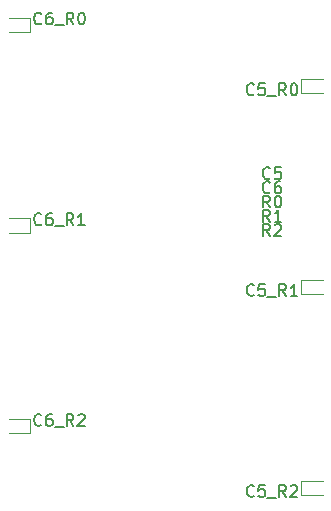
<source format=gbr>
%TF.GenerationSoftware,KiCad,Pcbnew,(7.0.0-0)*%
%TF.CreationDate,2023-06-15T11:55:35+08:00*%
%TF.ProjectId,thumb,7468756d-622e-46b6-9963-61645f706362,v1.0.0*%
%TF.SameCoordinates,Original*%
%TF.FileFunction,Legend,Bot*%
%TF.FilePolarity,Positive*%
%FSLAX46Y46*%
G04 Gerber Fmt 4.6, Leading zero omitted, Abs format (unit mm)*
G04 Created by KiCad (PCBNEW (7.0.0-0)) date 2023-06-15 11:55:35*
%MOMM*%
%LPD*%
G01*
G04 APERTURE LIST*
%ADD10C,0.150000*%
%ADD11C,0.120000*%
G04 APERTURE END LIST*
D10*
%TO.C,JC1*%
X17833333Y18732619D02*
X17500000Y19208809D01*
X17261905Y18732619D02*
X17261905Y19732619D01*
X17261905Y19732619D02*
X17642857Y19732619D01*
X17642857Y19732619D02*
X17738095Y19685000D01*
X17738095Y19685000D02*
X17785714Y19637380D01*
X17785714Y19637380D02*
X17833333Y19542142D01*
X17833333Y19542142D02*
X17833333Y19399285D01*
X17833333Y19399285D02*
X17785714Y19304047D01*
X17785714Y19304047D02*
X17738095Y19256428D01*
X17738095Y19256428D02*
X17642857Y19208809D01*
X17642857Y19208809D02*
X17261905Y19208809D01*
X18214286Y19637380D02*
X18261905Y19685000D01*
X18261905Y19685000D02*
X18357143Y19732619D01*
X18357143Y19732619D02*
X18595238Y19732619D01*
X18595238Y19732619D02*
X18690476Y19685000D01*
X18690476Y19685000D02*
X18738095Y19637380D01*
X18738095Y19637380D02*
X18785714Y19542142D01*
X18785714Y19542142D02*
X18785714Y19446904D01*
X18785714Y19446904D02*
X18738095Y19304047D01*
X18738095Y19304047D02*
X18166667Y18732619D01*
X18166667Y18732619D02*
X18785714Y18732619D01*
X17833333Y19932619D02*
X17500000Y20408809D01*
X17261905Y19932619D02*
X17261905Y20932619D01*
X17261905Y20932619D02*
X17642857Y20932619D01*
X17642857Y20932619D02*
X17738095Y20885000D01*
X17738095Y20885000D02*
X17785714Y20837380D01*
X17785714Y20837380D02*
X17833333Y20742142D01*
X17833333Y20742142D02*
X17833333Y20599285D01*
X17833333Y20599285D02*
X17785714Y20504047D01*
X17785714Y20504047D02*
X17738095Y20456428D01*
X17738095Y20456428D02*
X17642857Y20408809D01*
X17642857Y20408809D02*
X17261905Y20408809D01*
X18785714Y19932619D02*
X18214286Y19932619D01*
X18500000Y19932619D02*
X18500000Y20932619D01*
X18500000Y20932619D02*
X18404762Y20789761D01*
X18404762Y20789761D02*
X18309524Y20694523D01*
X18309524Y20694523D02*
X18214286Y20646904D01*
X17833333Y21132619D02*
X17500000Y21608809D01*
X17261905Y21132619D02*
X17261905Y22132619D01*
X17261905Y22132619D02*
X17642857Y22132619D01*
X17642857Y22132619D02*
X17738095Y22085000D01*
X17738095Y22085000D02*
X17785714Y22037380D01*
X17785714Y22037380D02*
X17833333Y21942142D01*
X17833333Y21942142D02*
X17833333Y21799285D01*
X17833333Y21799285D02*
X17785714Y21704047D01*
X17785714Y21704047D02*
X17738095Y21656428D01*
X17738095Y21656428D02*
X17642857Y21608809D01*
X17642857Y21608809D02*
X17261905Y21608809D01*
X18452381Y22132619D02*
X18547619Y22132619D01*
X18547619Y22132619D02*
X18642857Y22085000D01*
X18642857Y22085000D02*
X18690476Y22037380D01*
X18690476Y22037380D02*
X18738095Y21942142D01*
X18738095Y21942142D02*
X18785714Y21751666D01*
X18785714Y21751666D02*
X18785714Y21513571D01*
X18785714Y21513571D02*
X18738095Y21323095D01*
X18738095Y21323095D02*
X18690476Y21227857D01*
X18690476Y21227857D02*
X18642857Y21180238D01*
X18642857Y21180238D02*
X18547619Y21132619D01*
X18547619Y21132619D02*
X18452381Y21132619D01*
X18452381Y21132619D02*
X18357143Y21180238D01*
X18357143Y21180238D02*
X18309524Y21227857D01*
X18309524Y21227857D02*
X18261905Y21323095D01*
X18261905Y21323095D02*
X18214286Y21513571D01*
X18214286Y21513571D02*
X18214286Y21751666D01*
X18214286Y21751666D02*
X18261905Y21942142D01*
X18261905Y21942142D02*
X18309524Y22037380D01*
X18309524Y22037380D02*
X18357143Y22085000D01*
X18357143Y22085000D02*
X18452381Y22132619D01*
X17833333Y22427857D02*
X17785714Y22380238D01*
X17785714Y22380238D02*
X17642857Y22332619D01*
X17642857Y22332619D02*
X17547619Y22332619D01*
X17547619Y22332619D02*
X17404762Y22380238D01*
X17404762Y22380238D02*
X17309524Y22475476D01*
X17309524Y22475476D02*
X17261905Y22570714D01*
X17261905Y22570714D02*
X17214286Y22761190D01*
X17214286Y22761190D02*
X17214286Y22904047D01*
X17214286Y22904047D02*
X17261905Y23094523D01*
X17261905Y23094523D02*
X17309524Y23189761D01*
X17309524Y23189761D02*
X17404762Y23285000D01*
X17404762Y23285000D02*
X17547619Y23332619D01*
X17547619Y23332619D02*
X17642857Y23332619D01*
X17642857Y23332619D02*
X17785714Y23285000D01*
X17785714Y23285000D02*
X17833333Y23237380D01*
X18690476Y23332619D02*
X18500000Y23332619D01*
X18500000Y23332619D02*
X18404762Y23285000D01*
X18404762Y23285000D02*
X18357143Y23237380D01*
X18357143Y23237380D02*
X18261905Y23094523D01*
X18261905Y23094523D02*
X18214286Y22904047D01*
X18214286Y22904047D02*
X18214286Y22523095D01*
X18214286Y22523095D02*
X18261905Y22427857D01*
X18261905Y22427857D02*
X18309524Y22380238D01*
X18309524Y22380238D02*
X18404762Y22332619D01*
X18404762Y22332619D02*
X18595238Y22332619D01*
X18595238Y22332619D02*
X18690476Y22380238D01*
X18690476Y22380238D02*
X18738095Y22427857D01*
X18738095Y22427857D02*
X18785714Y22523095D01*
X18785714Y22523095D02*
X18785714Y22761190D01*
X18785714Y22761190D02*
X18738095Y22856428D01*
X18738095Y22856428D02*
X18690476Y22904047D01*
X18690476Y22904047D02*
X18595238Y22951666D01*
X18595238Y22951666D02*
X18404762Y22951666D01*
X18404762Y22951666D02*
X18309524Y22904047D01*
X18309524Y22904047D02*
X18261905Y22856428D01*
X18261905Y22856428D02*
X18214286Y22761190D01*
X17833333Y23627857D02*
X17785714Y23580238D01*
X17785714Y23580238D02*
X17642857Y23532619D01*
X17642857Y23532619D02*
X17547619Y23532619D01*
X17547619Y23532619D02*
X17404762Y23580238D01*
X17404762Y23580238D02*
X17309524Y23675476D01*
X17309524Y23675476D02*
X17261905Y23770714D01*
X17261905Y23770714D02*
X17214286Y23961190D01*
X17214286Y23961190D02*
X17214286Y24104047D01*
X17214286Y24104047D02*
X17261905Y24294523D01*
X17261905Y24294523D02*
X17309524Y24389761D01*
X17309524Y24389761D02*
X17404762Y24485000D01*
X17404762Y24485000D02*
X17547619Y24532619D01*
X17547619Y24532619D02*
X17642857Y24532619D01*
X17642857Y24532619D02*
X17785714Y24485000D01*
X17785714Y24485000D02*
X17833333Y24437380D01*
X18738095Y24532619D02*
X18261905Y24532619D01*
X18261905Y24532619D02*
X18214286Y24056428D01*
X18214286Y24056428D02*
X18261905Y24104047D01*
X18261905Y24104047D02*
X18357143Y24151666D01*
X18357143Y24151666D02*
X18595238Y24151666D01*
X18595238Y24151666D02*
X18690476Y24104047D01*
X18690476Y24104047D02*
X18738095Y24056428D01*
X18738095Y24056428D02*
X18785714Y23961190D01*
X18785714Y23961190D02*
X18785714Y23723095D01*
X18785714Y23723095D02*
X18738095Y23627857D01*
X18738095Y23627857D02*
X18690476Y23580238D01*
X18690476Y23580238D02*
X18595238Y23532619D01*
X18595238Y23532619D02*
X18357143Y23532619D01*
X18357143Y23532619D02*
X18261905Y23580238D01*
X18261905Y23580238D02*
X18214286Y23627857D01*
%TO.C,S1*%
X16476190Y30727857D02*
X16428571Y30680238D01*
X16428571Y30680238D02*
X16285714Y30632619D01*
X16285714Y30632619D02*
X16190476Y30632619D01*
X16190476Y30632619D02*
X16047619Y30680238D01*
X16047619Y30680238D02*
X15952381Y30775476D01*
X15952381Y30775476D02*
X15904762Y30870714D01*
X15904762Y30870714D02*
X15857143Y31061190D01*
X15857143Y31061190D02*
X15857143Y31204047D01*
X15857143Y31204047D02*
X15904762Y31394523D01*
X15904762Y31394523D02*
X15952381Y31489761D01*
X15952381Y31489761D02*
X16047619Y31585000D01*
X16047619Y31585000D02*
X16190476Y31632619D01*
X16190476Y31632619D02*
X16285714Y31632619D01*
X16285714Y31632619D02*
X16428571Y31585000D01*
X16428571Y31585000D02*
X16476190Y31537380D01*
X17380952Y31632619D02*
X16904762Y31632619D01*
X16904762Y31632619D02*
X16857143Y31156428D01*
X16857143Y31156428D02*
X16904762Y31204047D01*
X16904762Y31204047D02*
X17000000Y31251666D01*
X17000000Y31251666D02*
X17238095Y31251666D01*
X17238095Y31251666D02*
X17333333Y31204047D01*
X17333333Y31204047D02*
X17380952Y31156428D01*
X17380952Y31156428D02*
X17428571Y31061190D01*
X17428571Y31061190D02*
X17428571Y30823095D01*
X17428571Y30823095D02*
X17380952Y30727857D01*
X17380952Y30727857D02*
X17333333Y30680238D01*
X17333333Y30680238D02*
X17238095Y30632619D01*
X17238095Y30632619D02*
X17000000Y30632619D01*
X17000000Y30632619D02*
X16904762Y30680238D01*
X16904762Y30680238D02*
X16857143Y30727857D01*
X17619048Y30537380D02*
X18380952Y30537380D01*
X19190476Y30632619D02*
X18857143Y31108809D01*
X18619048Y30632619D02*
X18619048Y31632619D01*
X18619048Y31632619D02*
X19000000Y31632619D01*
X19000000Y31632619D02*
X19095238Y31585000D01*
X19095238Y31585000D02*
X19142857Y31537380D01*
X19142857Y31537380D02*
X19190476Y31442142D01*
X19190476Y31442142D02*
X19190476Y31299285D01*
X19190476Y31299285D02*
X19142857Y31204047D01*
X19142857Y31204047D02*
X19095238Y31156428D01*
X19095238Y31156428D02*
X19000000Y31108809D01*
X19000000Y31108809D02*
X18619048Y31108809D01*
X19809524Y31632619D02*
X19904762Y31632619D01*
X19904762Y31632619D02*
X20000000Y31585000D01*
X20000000Y31585000D02*
X20047619Y31537380D01*
X20047619Y31537380D02*
X20095238Y31442142D01*
X20095238Y31442142D02*
X20142857Y31251666D01*
X20142857Y31251666D02*
X20142857Y31013571D01*
X20142857Y31013571D02*
X20095238Y30823095D01*
X20095238Y30823095D02*
X20047619Y30727857D01*
X20047619Y30727857D02*
X20000000Y30680238D01*
X20000000Y30680238D02*
X19904762Y30632619D01*
X19904762Y30632619D02*
X19809524Y30632619D01*
X19809524Y30632619D02*
X19714286Y30680238D01*
X19714286Y30680238D02*
X19666667Y30727857D01*
X19666667Y30727857D02*
X19619048Y30823095D01*
X19619048Y30823095D02*
X19571429Y31013571D01*
X19571429Y31013571D02*
X19571429Y31251666D01*
X19571429Y31251666D02*
X19619048Y31442142D01*
X19619048Y31442142D02*
X19666667Y31537380D01*
X19666667Y31537380D02*
X19714286Y31585000D01*
X19714286Y31585000D02*
X19809524Y31632619D01*
%TO.C,S2*%
X16476190Y13727857D02*
X16428571Y13680238D01*
X16428571Y13680238D02*
X16285714Y13632619D01*
X16285714Y13632619D02*
X16190476Y13632619D01*
X16190476Y13632619D02*
X16047619Y13680238D01*
X16047619Y13680238D02*
X15952381Y13775476D01*
X15952381Y13775476D02*
X15904762Y13870714D01*
X15904762Y13870714D02*
X15857143Y14061190D01*
X15857143Y14061190D02*
X15857143Y14204047D01*
X15857143Y14204047D02*
X15904762Y14394523D01*
X15904762Y14394523D02*
X15952381Y14489761D01*
X15952381Y14489761D02*
X16047619Y14585000D01*
X16047619Y14585000D02*
X16190476Y14632619D01*
X16190476Y14632619D02*
X16285714Y14632619D01*
X16285714Y14632619D02*
X16428571Y14585000D01*
X16428571Y14585000D02*
X16476190Y14537380D01*
X17380952Y14632619D02*
X16904762Y14632619D01*
X16904762Y14632619D02*
X16857143Y14156428D01*
X16857143Y14156428D02*
X16904762Y14204047D01*
X16904762Y14204047D02*
X17000000Y14251666D01*
X17000000Y14251666D02*
X17238095Y14251666D01*
X17238095Y14251666D02*
X17333333Y14204047D01*
X17333333Y14204047D02*
X17380952Y14156428D01*
X17380952Y14156428D02*
X17428571Y14061190D01*
X17428571Y14061190D02*
X17428571Y13823095D01*
X17428571Y13823095D02*
X17380952Y13727857D01*
X17380952Y13727857D02*
X17333333Y13680238D01*
X17333333Y13680238D02*
X17238095Y13632619D01*
X17238095Y13632619D02*
X17000000Y13632619D01*
X17000000Y13632619D02*
X16904762Y13680238D01*
X16904762Y13680238D02*
X16857143Y13727857D01*
X17619048Y13537380D02*
X18380952Y13537380D01*
X19190476Y13632619D02*
X18857143Y14108809D01*
X18619048Y13632619D02*
X18619048Y14632619D01*
X18619048Y14632619D02*
X19000000Y14632619D01*
X19000000Y14632619D02*
X19095238Y14585000D01*
X19095238Y14585000D02*
X19142857Y14537380D01*
X19142857Y14537380D02*
X19190476Y14442142D01*
X19190476Y14442142D02*
X19190476Y14299285D01*
X19190476Y14299285D02*
X19142857Y14204047D01*
X19142857Y14204047D02*
X19095238Y14156428D01*
X19095238Y14156428D02*
X19000000Y14108809D01*
X19000000Y14108809D02*
X18619048Y14108809D01*
X20142857Y13632619D02*
X19571429Y13632619D01*
X19857143Y13632619D02*
X19857143Y14632619D01*
X19857143Y14632619D02*
X19761905Y14489761D01*
X19761905Y14489761D02*
X19666667Y14394523D01*
X19666667Y14394523D02*
X19571429Y14346904D01*
%TO.C,S3*%
X16476190Y-3272142D02*
X16428571Y-3319761D01*
X16428571Y-3319761D02*
X16285714Y-3367380D01*
X16285714Y-3367380D02*
X16190476Y-3367380D01*
X16190476Y-3367380D02*
X16047619Y-3319761D01*
X16047619Y-3319761D02*
X15952381Y-3224523D01*
X15952381Y-3224523D02*
X15904762Y-3129285D01*
X15904762Y-3129285D02*
X15857143Y-2938809D01*
X15857143Y-2938809D02*
X15857143Y-2795952D01*
X15857143Y-2795952D02*
X15904762Y-2605476D01*
X15904762Y-2605476D02*
X15952381Y-2510238D01*
X15952381Y-2510238D02*
X16047619Y-2415000D01*
X16047619Y-2415000D02*
X16190476Y-2367380D01*
X16190476Y-2367380D02*
X16285714Y-2367380D01*
X16285714Y-2367380D02*
X16428571Y-2415000D01*
X16428571Y-2415000D02*
X16476190Y-2462619D01*
X17380952Y-2367380D02*
X16904762Y-2367380D01*
X16904762Y-2367380D02*
X16857143Y-2843571D01*
X16857143Y-2843571D02*
X16904762Y-2795952D01*
X16904762Y-2795952D02*
X17000000Y-2748333D01*
X17000000Y-2748333D02*
X17238095Y-2748333D01*
X17238095Y-2748333D02*
X17333333Y-2795952D01*
X17333333Y-2795952D02*
X17380952Y-2843571D01*
X17380952Y-2843571D02*
X17428571Y-2938809D01*
X17428571Y-2938809D02*
X17428571Y-3176904D01*
X17428571Y-3176904D02*
X17380952Y-3272142D01*
X17380952Y-3272142D02*
X17333333Y-3319761D01*
X17333333Y-3319761D02*
X17238095Y-3367380D01*
X17238095Y-3367380D02*
X17000000Y-3367380D01*
X17000000Y-3367380D02*
X16904762Y-3319761D01*
X16904762Y-3319761D02*
X16857143Y-3272142D01*
X17619048Y-3462619D02*
X18380952Y-3462619D01*
X19190476Y-3367380D02*
X18857143Y-2891190D01*
X18619048Y-3367380D02*
X18619048Y-2367380D01*
X18619048Y-2367380D02*
X19000000Y-2367380D01*
X19000000Y-2367380D02*
X19095238Y-2415000D01*
X19095238Y-2415000D02*
X19142857Y-2462619D01*
X19142857Y-2462619D02*
X19190476Y-2557857D01*
X19190476Y-2557857D02*
X19190476Y-2700714D01*
X19190476Y-2700714D02*
X19142857Y-2795952D01*
X19142857Y-2795952D02*
X19095238Y-2843571D01*
X19095238Y-2843571D02*
X19000000Y-2891190D01*
X19000000Y-2891190D02*
X18619048Y-2891190D01*
X19571429Y-2462619D02*
X19619048Y-2415000D01*
X19619048Y-2415000D02*
X19714286Y-2367380D01*
X19714286Y-2367380D02*
X19952381Y-2367380D01*
X19952381Y-2367380D02*
X20047619Y-2415000D01*
X20047619Y-2415000D02*
X20095238Y-2462619D01*
X20095238Y-2462619D02*
X20142857Y-2557857D01*
X20142857Y-2557857D02*
X20142857Y-2653095D01*
X20142857Y-2653095D02*
X20095238Y-2795952D01*
X20095238Y-2795952D02*
X19523810Y-3367380D01*
X19523810Y-3367380D02*
X20142857Y-3367380D01*
%TO.C,S4*%
X-1523809Y36727857D02*
X-1571428Y36680238D01*
X-1571428Y36680238D02*
X-1714285Y36632619D01*
X-1714285Y36632619D02*
X-1809523Y36632619D01*
X-1809523Y36632619D02*
X-1952380Y36680238D01*
X-1952380Y36680238D02*
X-2047618Y36775476D01*
X-2047618Y36775476D02*
X-2095237Y36870714D01*
X-2095237Y36870714D02*
X-2142856Y37061190D01*
X-2142856Y37061190D02*
X-2142856Y37204047D01*
X-2142856Y37204047D02*
X-2095237Y37394523D01*
X-2095237Y37394523D02*
X-2047618Y37489761D01*
X-2047618Y37489761D02*
X-1952380Y37585000D01*
X-1952380Y37585000D02*
X-1809523Y37632619D01*
X-1809523Y37632619D02*
X-1714285Y37632619D01*
X-1714285Y37632619D02*
X-1571428Y37585000D01*
X-1571428Y37585000D02*
X-1523809Y37537380D01*
X-666666Y37632619D02*
X-857142Y37632619D01*
X-857142Y37632619D02*
X-952380Y37585000D01*
X-952380Y37585000D02*
X-999999Y37537380D01*
X-999999Y37537380D02*
X-1095237Y37394523D01*
X-1095237Y37394523D02*
X-1142856Y37204047D01*
X-1142856Y37204047D02*
X-1142856Y36823095D01*
X-1142856Y36823095D02*
X-1095237Y36727857D01*
X-1095237Y36727857D02*
X-1047618Y36680238D01*
X-1047618Y36680238D02*
X-952380Y36632619D01*
X-952380Y36632619D02*
X-761904Y36632619D01*
X-761904Y36632619D02*
X-666666Y36680238D01*
X-666666Y36680238D02*
X-619047Y36727857D01*
X-619047Y36727857D02*
X-571428Y36823095D01*
X-571428Y36823095D02*
X-571428Y37061190D01*
X-571428Y37061190D02*
X-619047Y37156428D01*
X-619047Y37156428D02*
X-666666Y37204047D01*
X-666666Y37204047D02*
X-761904Y37251666D01*
X-761904Y37251666D02*
X-952380Y37251666D01*
X-952380Y37251666D02*
X-1047618Y37204047D01*
X-1047618Y37204047D02*
X-1095237Y37156428D01*
X-1095237Y37156428D02*
X-1142856Y37061190D01*
X-380952Y36537380D02*
X380952Y36537380D01*
X1190476Y36632619D02*
X857143Y37108809D01*
X619048Y36632619D02*
X619048Y37632619D01*
X619048Y37632619D02*
X1000000Y37632619D01*
X1000000Y37632619D02*
X1095238Y37585000D01*
X1095238Y37585000D02*
X1142857Y37537380D01*
X1142857Y37537380D02*
X1190476Y37442142D01*
X1190476Y37442142D02*
X1190476Y37299285D01*
X1190476Y37299285D02*
X1142857Y37204047D01*
X1142857Y37204047D02*
X1095238Y37156428D01*
X1095238Y37156428D02*
X1000000Y37108809D01*
X1000000Y37108809D02*
X619048Y37108809D01*
X1809524Y37632619D02*
X1904762Y37632619D01*
X1904762Y37632619D02*
X2000000Y37585000D01*
X2000000Y37585000D02*
X2047619Y37537380D01*
X2047619Y37537380D02*
X2095238Y37442142D01*
X2095238Y37442142D02*
X2142857Y37251666D01*
X2142857Y37251666D02*
X2142857Y37013571D01*
X2142857Y37013571D02*
X2095238Y36823095D01*
X2095238Y36823095D02*
X2047619Y36727857D01*
X2047619Y36727857D02*
X2000000Y36680238D01*
X2000000Y36680238D02*
X1904762Y36632619D01*
X1904762Y36632619D02*
X1809524Y36632619D01*
X1809524Y36632619D02*
X1714286Y36680238D01*
X1714286Y36680238D02*
X1666667Y36727857D01*
X1666667Y36727857D02*
X1619048Y36823095D01*
X1619048Y36823095D02*
X1571429Y37013571D01*
X1571429Y37013571D02*
X1571429Y37251666D01*
X1571429Y37251666D02*
X1619048Y37442142D01*
X1619048Y37442142D02*
X1666667Y37537380D01*
X1666667Y37537380D02*
X1714286Y37585000D01*
X1714286Y37585000D02*
X1809524Y37632619D01*
%TO.C,S5*%
X-1523809Y19727857D02*
X-1571428Y19680238D01*
X-1571428Y19680238D02*
X-1714285Y19632619D01*
X-1714285Y19632619D02*
X-1809523Y19632619D01*
X-1809523Y19632619D02*
X-1952380Y19680238D01*
X-1952380Y19680238D02*
X-2047618Y19775476D01*
X-2047618Y19775476D02*
X-2095237Y19870714D01*
X-2095237Y19870714D02*
X-2142856Y20061190D01*
X-2142856Y20061190D02*
X-2142856Y20204047D01*
X-2142856Y20204047D02*
X-2095237Y20394523D01*
X-2095237Y20394523D02*
X-2047618Y20489761D01*
X-2047618Y20489761D02*
X-1952380Y20585000D01*
X-1952380Y20585000D02*
X-1809523Y20632619D01*
X-1809523Y20632619D02*
X-1714285Y20632619D01*
X-1714285Y20632619D02*
X-1571428Y20585000D01*
X-1571428Y20585000D02*
X-1523809Y20537380D01*
X-666666Y20632619D02*
X-857142Y20632619D01*
X-857142Y20632619D02*
X-952380Y20585000D01*
X-952380Y20585000D02*
X-999999Y20537380D01*
X-999999Y20537380D02*
X-1095237Y20394523D01*
X-1095237Y20394523D02*
X-1142856Y20204047D01*
X-1142856Y20204047D02*
X-1142856Y19823095D01*
X-1142856Y19823095D02*
X-1095237Y19727857D01*
X-1095237Y19727857D02*
X-1047618Y19680238D01*
X-1047618Y19680238D02*
X-952380Y19632619D01*
X-952380Y19632619D02*
X-761904Y19632619D01*
X-761904Y19632619D02*
X-666666Y19680238D01*
X-666666Y19680238D02*
X-619047Y19727857D01*
X-619047Y19727857D02*
X-571428Y19823095D01*
X-571428Y19823095D02*
X-571428Y20061190D01*
X-571428Y20061190D02*
X-619047Y20156428D01*
X-619047Y20156428D02*
X-666666Y20204047D01*
X-666666Y20204047D02*
X-761904Y20251666D01*
X-761904Y20251666D02*
X-952380Y20251666D01*
X-952380Y20251666D02*
X-1047618Y20204047D01*
X-1047618Y20204047D02*
X-1095237Y20156428D01*
X-1095237Y20156428D02*
X-1142856Y20061190D01*
X-380952Y19537380D02*
X380952Y19537380D01*
X1190476Y19632619D02*
X857143Y20108809D01*
X619048Y19632619D02*
X619048Y20632619D01*
X619048Y20632619D02*
X1000000Y20632619D01*
X1000000Y20632619D02*
X1095238Y20585000D01*
X1095238Y20585000D02*
X1142857Y20537380D01*
X1142857Y20537380D02*
X1190476Y20442142D01*
X1190476Y20442142D02*
X1190476Y20299285D01*
X1190476Y20299285D02*
X1142857Y20204047D01*
X1142857Y20204047D02*
X1095238Y20156428D01*
X1095238Y20156428D02*
X1000000Y20108809D01*
X1000000Y20108809D02*
X619048Y20108809D01*
X2142857Y19632619D02*
X1571429Y19632619D01*
X1857143Y19632619D02*
X1857143Y20632619D01*
X1857143Y20632619D02*
X1761905Y20489761D01*
X1761905Y20489761D02*
X1666667Y20394523D01*
X1666667Y20394523D02*
X1571429Y20346904D01*
%TO.C,S6*%
X-1523809Y2727857D02*
X-1571428Y2680238D01*
X-1571428Y2680238D02*
X-1714285Y2632619D01*
X-1714285Y2632619D02*
X-1809523Y2632619D01*
X-1809523Y2632619D02*
X-1952380Y2680238D01*
X-1952380Y2680238D02*
X-2047618Y2775476D01*
X-2047618Y2775476D02*
X-2095237Y2870714D01*
X-2095237Y2870714D02*
X-2142856Y3061190D01*
X-2142856Y3061190D02*
X-2142856Y3204047D01*
X-2142856Y3204047D02*
X-2095237Y3394523D01*
X-2095237Y3394523D02*
X-2047618Y3489761D01*
X-2047618Y3489761D02*
X-1952380Y3585000D01*
X-1952380Y3585000D02*
X-1809523Y3632619D01*
X-1809523Y3632619D02*
X-1714285Y3632619D01*
X-1714285Y3632619D02*
X-1571428Y3585000D01*
X-1571428Y3585000D02*
X-1523809Y3537380D01*
X-666666Y3632619D02*
X-857142Y3632619D01*
X-857142Y3632619D02*
X-952380Y3585000D01*
X-952380Y3585000D02*
X-999999Y3537380D01*
X-999999Y3537380D02*
X-1095237Y3394523D01*
X-1095237Y3394523D02*
X-1142856Y3204047D01*
X-1142856Y3204047D02*
X-1142856Y2823095D01*
X-1142856Y2823095D02*
X-1095237Y2727857D01*
X-1095237Y2727857D02*
X-1047618Y2680238D01*
X-1047618Y2680238D02*
X-952380Y2632619D01*
X-952380Y2632619D02*
X-761904Y2632619D01*
X-761904Y2632619D02*
X-666666Y2680238D01*
X-666666Y2680238D02*
X-619047Y2727857D01*
X-619047Y2727857D02*
X-571428Y2823095D01*
X-571428Y2823095D02*
X-571428Y3061190D01*
X-571428Y3061190D02*
X-619047Y3156428D01*
X-619047Y3156428D02*
X-666666Y3204047D01*
X-666666Y3204047D02*
X-761904Y3251666D01*
X-761904Y3251666D02*
X-952380Y3251666D01*
X-952380Y3251666D02*
X-1047618Y3204047D01*
X-1047618Y3204047D02*
X-1095237Y3156428D01*
X-1095237Y3156428D02*
X-1142856Y3061190D01*
X-380952Y2537380D02*
X380952Y2537380D01*
X1190476Y2632619D02*
X857143Y3108809D01*
X619048Y2632619D02*
X619048Y3632619D01*
X619048Y3632619D02*
X1000000Y3632619D01*
X1000000Y3632619D02*
X1095238Y3585000D01*
X1095238Y3585000D02*
X1142857Y3537380D01*
X1142857Y3537380D02*
X1190476Y3442142D01*
X1190476Y3442142D02*
X1190476Y3299285D01*
X1190476Y3299285D02*
X1142857Y3204047D01*
X1142857Y3204047D02*
X1095238Y3156428D01*
X1095238Y3156428D02*
X1000000Y3108809D01*
X1000000Y3108809D02*
X619048Y3108809D01*
X1571429Y3537380D02*
X1619048Y3585000D01*
X1619048Y3585000D02*
X1714286Y3632619D01*
X1714286Y3632619D02*
X1952381Y3632619D01*
X1952381Y3632619D02*
X2047619Y3585000D01*
X2047619Y3585000D02*
X2095238Y3537380D01*
X2095238Y3537380D02*
X2142857Y3442142D01*
X2142857Y3442142D02*
X2142857Y3346904D01*
X2142857Y3346904D02*
X2095238Y3204047D01*
X2095238Y3204047D02*
X1523810Y2632619D01*
X1523810Y2632619D02*
X2142857Y2632619D01*
D11*
%TO.C,D1*%
X22300000Y30800000D02*
X20450000Y30800000D01*
X22300000Y32000000D02*
X20450000Y32000000D01*
X20450000Y32000000D02*
X20450000Y30800000D01*
%TO.C,D2*%
X22300000Y13800000D02*
X20450000Y13800000D01*
X22300000Y15000000D02*
X20450000Y15000000D01*
X20450000Y15000000D02*
X20450000Y13800000D01*
%TO.C,D3*%
X22300000Y-3200000D02*
X20450000Y-3200000D01*
X22300000Y-2000000D02*
X20450000Y-2000000D01*
X20450000Y-2000000D02*
X20450000Y-3200000D01*
%TO.C,D4*%
X-4300000Y37200000D02*
X-2450000Y37200000D01*
X-4300000Y36000000D02*
X-2450000Y36000000D01*
X-2450000Y36000000D02*
X-2450000Y37200000D01*
%TO.C,D5*%
X-4300000Y20200000D02*
X-2450000Y20200000D01*
X-4300000Y19000000D02*
X-2450000Y19000000D01*
X-2450000Y19000000D02*
X-2450000Y20200000D01*
%TO.C,D6*%
X-4300000Y3200000D02*
X-2450000Y3200000D01*
X-4300000Y2000000D02*
X-2450000Y2000000D01*
X-2450000Y2000000D02*
X-2450000Y3200000D01*
%TD*%
M02*

</source>
